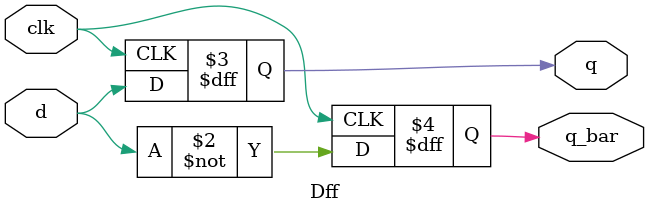
<source format=v>

`timescale 1ps / 1ps



module Dff(d, clk, q, q_bar);

  input d, clk;
  output reg q, q_bar;

  always @(posedge clk)
  begin
      q <= d;         // Non-blocking assignment for sequential logic
      q_bar <= ~d;    // Complement of q assigned to q_bar
  end

endmodule


//}} End of automatically maintained section

// Enter your statements here //


</source>
